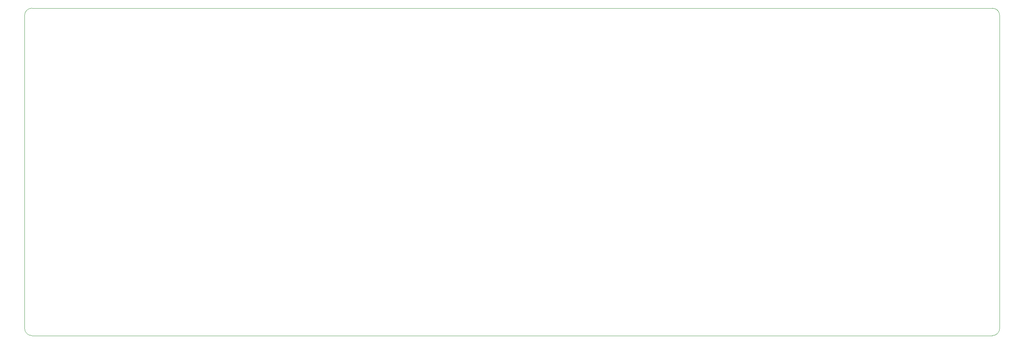
<source format=gbr>
G04 #@! TF.FileFunction,Profile,NP*
%FSLAX46Y46*%
G04 Gerber Fmt 4.6, Leading zero omitted, Abs format (unit mm)*
G04 Created by KiCad (PCBNEW 4.0.2-stable) date 8/17/2017 4:27:58 PM*
%MOMM*%
G01*
G04 APERTURE LIST*
%ADD10C,0.254000*%
%ADD11C,0.100000*%
G04 APERTURE END LIST*
D10*
D11*
X257675660Y-29775550D02*
X257675660Y-103575724D01*
X29775660Y-105275724D02*
X255975660Y-105275724D01*
X28075660Y-29775550D02*
X28075660Y-103575724D01*
X29775660Y-28075550D02*
X255975660Y-28075550D01*
X28075660Y-29775550D02*
G75*
G02X29775660Y-28075550I1700000J0D01*
G01*
X29775660Y-105275724D02*
G75*
G02X28075660Y-103575724I0J1700000D01*
G01*
X257675660Y-103575724D02*
G75*
G02X255975660Y-105275724I-1700000J0D01*
G01*
X255975660Y-28075550D02*
G75*
G02X257675660Y-29775550I0J-1700000D01*
G01*
M02*

</source>
